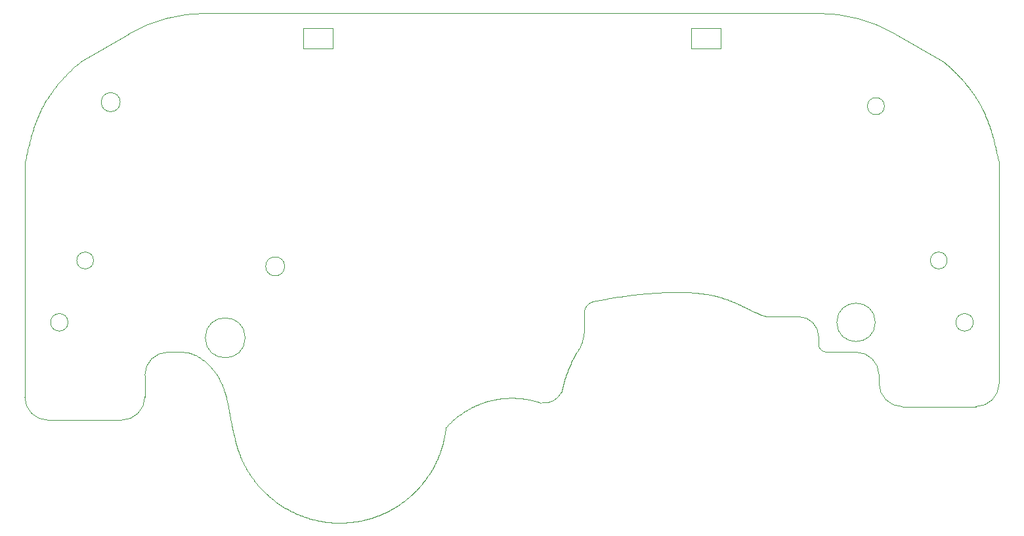
<source format=gbr>
%TF.GenerationSoftware,KiCad,Pcbnew,8.0.2*%
%TF.CreationDate,2024-10-28T19:38:45-07:00*%
%TF.ProjectId,UGC_OpenMain,5547435f-4f70-4656-9e4d-61696e2e6b69,rev?*%
%TF.SameCoordinates,Original*%
%TF.FileFunction,Profile,NP*%
%FSLAX46Y46*%
G04 Gerber Fmt 4.6, Leading zero omitted, Abs format (unit mm)*
G04 Created by KiCad (PCBNEW 8.0.2) date 2024-10-28 19:38:45*
%MOMM*%
%LPD*%
G01*
G04 APERTURE LIST*
%ADD10C,0.100000*%
%TA.AperFunction,Profile*%
%ADD11C,0.100000*%
%TD*%
G04 APERTURE END LIST*
D10*
X228450425Y-131941646D02*
X228361433Y-132005745D01*
X228277543Y-132076015D01*
X228199064Y-132152145D01*
X228126309Y-132233826D01*
X228059589Y-132320747D01*
X228038744Y-132350833D01*
D11*
X281321867Y-142316480D02*
G75*
G02*
X278321867Y-145316467I-2999967J-20D01*
G01*
X268841150Y-145316480D02*
G75*
G02*
X265841120Y-142316480I-50J2999980D01*
G01*
X224868706Y-143478091D02*
G75*
G02*
X222251395Y-144849220I-2250706J1112691D01*
G01*
X257941670Y-94497189D02*
X229066517Y-94497189D01*
D10*
X277698333Y-104472377D02*
X277779926Y-104583492D01*
X277859560Y-104693757D01*
X277937268Y-104803167D01*
X278013084Y-104911719D01*
X278087041Y-105019408D01*
X278159175Y-105126230D01*
X278229517Y-105232182D01*
X278298103Y-105337260D01*
X278364965Y-105441460D01*
X278430138Y-105544779D01*
X278493655Y-105647211D01*
X278555551Y-105748754D01*
X278615857Y-105849403D01*
X278674610Y-105949155D01*
X278731842Y-106048006D01*
X278787587Y-106145951D01*
X278841878Y-106242988D01*
X278894750Y-106339112D01*
X278946237Y-106434319D01*
X278996371Y-106528605D01*
X279045187Y-106621968D01*
X279092719Y-106714401D01*
X279139000Y-106805903D01*
X279184064Y-106896469D01*
X279270676Y-107074777D01*
X279352826Y-107249295D01*
X279430783Y-107419991D01*
X279504817Y-107586835D01*
X228038744Y-132350833D02*
X227979905Y-132445396D01*
X227928310Y-132543927D01*
X227884158Y-132646010D01*
X227847648Y-132751231D01*
X181179744Y-142700619D02*
X181114439Y-142559180D01*
X181054115Y-142429426D01*
X180998421Y-142310588D01*
X180947009Y-142201896D01*
X180899529Y-142102581D01*
X180855634Y-142011872D01*
X180795747Y-141890262D01*
X180741961Y-141783688D01*
X180693098Y-141689552D01*
X180633569Y-141578895D01*
X180577908Y-141479575D01*
X180537020Y-141408821D01*
X177575211Y-138627852D02*
X177454684Y-138584496D01*
X177343350Y-138545219D01*
X177239918Y-138509748D01*
X177143096Y-138477810D01*
X177007437Y-138435933D01*
X176879394Y-138400471D01*
X176754610Y-138370506D01*
X176628731Y-138345118D01*
X176497401Y-138323385D01*
X176356264Y-138304388D01*
X176254574Y-138292790D01*
X176145298Y-138281725D01*
X176027148Y-138270923D01*
X182699386Y-149273620D02*
X182720528Y-149375346D01*
X182742753Y-149478286D01*
X182766093Y-149582442D01*
X182790585Y-149687817D01*
D11*
X158645447Y-147066480D02*
X168126164Y-147066480D01*
D10*
X226904305Y-138215947D02*
X226957241Y-138129562D01*
X227010725Y-138043516D01*
X227017898Y-138032070D01*
X218746843Y-144205999D02*
X218641104Y-144204032D01*
X218535396Y-144203055D01*
X218486620Y-144202937D01*
D11*
X274119567Y-100731685D02*
X267916864Y-97162383D01*
X229066517Y-94497189D02*
X179025644Y-94497189D01*
D10*
X183592474Y-152072652D02*
X183638289Y-152175278D01*
X183684931Y-152277518D01*
X183732398Y-152379368D01*
X183780687Y-152480824D01*
X183829798Y-152581881D01*
X183879726Y-152682535D01*
X183930470Y-152782783D01*
X183982028Y-152882620D01*
X184034398Y-152982041D01*
X184087577Y-153081044D01*
X184123479Y-153146811D01*
D11*
X191583657Y-99034400D02*
X191583657Y-96434400D01*
X251641099Y-133700615D02*
X255464183Y-133700615D01*
D10*
X214350983Y-144966617D02*
X214228978Y-145014715D01*
X214107600Y-145064201D01*
X213986859Y-145115068D01*
X213866766Y-145167308D01*
X213747333Y-145220915D01*
X213628570Y-145275883D01*
X213510490Y-145332203D01*
X213393103Y-145389870D01*
X213276420Y-145448875D01*
X213160453Y-145509214D01*
X213045213Y-145570877D01*
X212930711Y-145633860D01*
X212816958Y-145698154D01*
X212703966Y-145763752D01*
X212591746Y-145830649D01*
X212480309Y-145898837D01*
X212369666Y-145968308D01*
X212259829Y-146039057D01*
X212150809Y-146111076D01*
X212042616Y-146184359D01*
X211935263Y-146258898D01*
X211828760Y-146334686D01*
X211723119Y-146411718D01*
X211618351Y-146489985D01*
X211514467Y-146569481D01*
X211411478Y-146650199D01*
X211309396Y-146732132D01*
X211208232Y-146815273D01*
X211107997Y-146899615D01*
X211008702Y-146985152D01*
X210910359Y-147071877D01*
X210812979Y-147159782D01*
X182194110Y-146945036D02*
X182166386Y-146788777D01*
X182140918Y-146645267D01*
X182117555Y-146513655D01*
X182096143Y-146393095D01*
X182076529Y-146282737D01*
X182058562Y-146181732D01*
X182034364Y-146045908D01*
X182013012Y-145926357D01*
X181993990Y-145820214D01*
X181971364Y-145694601D01*
X181950744Y-145580946D01*
X181935863Y-145499471D01*
D11*
X257941670Y-94497189D02*
G75*
G02*
X267916872Y-97162369I30J-20000011D01*
G01*
D10*
X218486620Y-144202937D02*
X218354117Y-144203119D01*
X218221694Y-144204853D01*
X218089361Y-144208135D01*
X217957134Y-144212963D01*
X217825025Y-144219335D01*
X217693047Y-144227249D01*
X217561213Y-144236702D01*
X217429537Y-144247691D01*
X217298032Y-144260216D01*
X217166711Y-144274273D01*
X217035588Y-144289860D01*
X216904675Y-144306975D01*
X216773986Y-144325615D01*
X216643534Y-144345779D01*
X216513332Y-144367464D01*
X216383393Y-144390668D01*
X216253731Y-144415388D01*
X216124359Y-144441622D01*
X215995290Y-144469369D01*
X215866537Y-144498624D01*
X215738114Y-144529388D01*
X215610033Y-144561656D01*
X215482309Y-144595427D01*
X215354953Y-144630699D01*
X215227980Y-144667469D01*
X215101402Y-144705734D01*
X214975233Y-144745494D01*
X214849486Y-144786745D01*
X214724174Y-144829485D01*
X214599311Y-144873712D01*
X214474909Y-144919423D01*
X214350983Y-144966617D01*
X237399724Y-130596286D02*
X237630198Y-130583368D01*
X237861004Y-130571549D01*
X238092069Y-130560881D01*
X238323322Y-130551420D01*
X238554693Y-130543220D01*
X238786109Y-130536335D01*
X239017500Y-130530818D01*
X239248794Y-130526725D01*
X239479920Y-130524108D01*
X239710807Y-130523024D01*
X239941384Y-130523524D01*
X240171579Y-130525665D01*
X240401321Y-130529500D01*
X240630539Y-130535083D01*
X240859161Y-130542468D01*
X241087117Y-130551710D01*
X241314335Y-130562863D01*
X241540744Y-130575980D01*
X241766272Y-130591117D01*
X241990849Y-130608327D01*
X242214403Y-130627664D01*
X242436863Y-130649183D01*
X242658157Y-130672938D01*
X242878215Y-130698982D01*
X243096965Y-130727371D01*
X243314336Y-130758158D01*
X243530256Y-130791398D01*
X243744655Y-130827145D01*
X243957461Y-130865452D01*
X244168602Y-130906375D01*
X244378009Y-130949966D01*
X244585609Y-130996282D01*
X195095996Y-160287545D02*
X195262159Y-160300502D01*
X195428372Y-160311443D01*
X195594618Y-160320369D01*
X195760879Y-160327282D01*
X195927135Y-160332184D01*
X196093371Y-160335078D01*
X196259567Y-160335965D01*
X196425705Y-160334847D01*
X196591768Y-160331727D01*
X196757738Y-160326605D01*
X196923596Y-160319485D01*
X197089326Y-160310368D01*
X197254908Y-160299256D01*
X197420324Y-160286151D01*
X197585558Y-160271056D01*
X197750591Y-160253971D01*
X197915405Y-160234900D01*
X198079982Y-160213843D01*
X198244304Y-160190804D01*
X198408353Y-160165784D01*
X198572111Y-160138784D01*
X198735561Y-160109808D01*
X198898683Y-160078857D01*
X199061461Y-160045933D01*
X199223877Y-160011038D01*
X199385912Y-159974174D01*
X199547548Y-159935343D01*
X199708768Y-159894546D01*
X199869553Y-159851787D01*
X200029886Y-159807067D01*
X200189749Y-159760387D01*
X200349124Y-159711751D01*
X210812979Y-147159782D02*
X210737958Y-147228920D01*
X210663597Y-147298702D01*
X210589897Y-147369125D01*
X210516864Y-147440182D01*
X210444500Y-147511869D01*
X210372809Y-147584180D01*
X210301795Y-147657111D01*
X210231462Y-147730657D01*
X227782036Y-135375479D02*
X227780308Y-135506907D01*
X227775131Y-135638147D01*
X227766515Y-135769131D01*
X227754469Y-135899792D01*
X227739002Y-136030062D01*
X227720124Y-136159874D01*
X227697845Y-136289161D01*
X227672174Y-136417855D01*
X227643120Y-136545889D01*
X227610693Y-136673196D01*
X227587206Y-136757631D01*
D11*
X171126164Y-144066480D02*
X171126164Y-141270923D01*
D10*
X228986631Y-131719390D02*
X229237865Y-131669375D01*
X229490005Y-131620094D01*
X229743034Y-131571569D01*
X229996938Y-131523823D01*
X230251702Y-131476879D01*
X230507310Y-131430760D01*
X230763747Y-131385489D01*
X231020998Y-131341089D01*
X231279047Y-131297583D01*
X231537881Y-131254993D01*
X231797482Y-131213343D01*
X232057837Y-131172655D01*
X232318930Y-131132953D01*
X232580745Y-131094258D01*
X232843269Y-131056595D01*
X233106485Y-131019986D01*
X233370378Y-130984454D01*
X233634933Y-130950022D01*
X233900135Y-130916713D01*
X234165969Y-130884549D01*
X234432419Y-130853554D01*
X234699471Y-130823750D01*
X234967109Y-130795161D01*
X235235318Y-130767809D01*
X235504082Y-130741717D01*
X235773388Y-130716909D01*
X236043219Y-130693406D01*
X236313560Y-130671232D01*
X236584396Y-130650411D01*
X236855712Y-130630964D01*
X237127493Y-130612914D01*
X237399724Y-130596286D01*
D11*
X169050450Y-97162383D02*
G75*
G02*
X179025644Y-94497199I9975150J-17334717D01*
G01*
X259039183Y-138270923D02*
G75*
G02*
X258039177Y-137270923I17J1000023D01*
G01*
X184078131Y-136425615D02*
G75*
G02*
X178928131Y-136425615I-2575000J0D01*
G01*
X178928131Y-136425615D02*
G75*
G02*
X184078131Y-136425615I2575000J0D01*
G01*
X174126164Y-138270923D02*
X176027148Y-138270923D01*
D10*
X180537020Y-141408821D02*
X180448991Y-141281031D01*
X180367817Y-141163912D01*
X180293026Y-141056764D01*
X180224147Y-140958892D01*
X180160709Y-140869599D01*
X180102240Y-140788187D01*
X180022824Y-140679324D01*
X179951938Y-140584274D01*
X179887991Y-140500685D01*
X179810775Y-140402998D01*
X179739297Y-140315931D01*
X179687188Y-140254247D01*
X222251397Y-144849207D02*
X222145727Y-144812439D01*
X222039729Y-144776730D01*
X221933411Y-144742081D01*
X221826780Y-144708493D01*
X221719846Y-144675968D01*
X221612615Y-144644509D01*
X221505097Y-144614116D01*
X221397298Y-144584791D01*
X221289227Y-144556537D01*
X221180892Y-144529354D01*
X221072300Y-144503245D01*
X220963461Y-144478211D01*
X220854381Y-144454254D01*
X220745068Y-144431376D01*
X220635532Y-144409578D01*
X220525779Y-144388863D01*
X220415818Y-144369231D01*
X220305657Y-144350686D01*
X220195304Y-144333227D01*
X220084766Y-144316857D01*
X219974052Y-144301579D01*
X219863169Y-144287393D01*
X219752126Y-144274301D01*
X219640931Y-144262305D01*
X219529591Y-144251406D01*
X219418115Y-144241608D01*
X219306511Y-144232910D01*
X219194786Y-144225315D01*
X219082949Y-144218825D01*
X218971007Y-144213441D01*
X218858969Y-144209165D01*
X218746843Y-144205999D01*
X224868706Y-143478091D02*
X224903961Y-143304379D01*
X224941090Y-143131058D01*
X224980090Y-142958148D01*
X225020954Y-142785671D01*
X225063680Y-142613646D01*
X225108262Y-142442095D01*
X225154696Y-142271038D01*
X225202977Y-142100496D01*
X225253102Y-141930490D01*
X225305065Y-141761040D01*
X225358861Y-141592168D01*
X225414488Y-141423894D01*
X225471939Y-141256239D01*
X225531211Y-141089223D01*
X225592299Y-140922867D01*
X225655198Y-140757193D01*
X225719905Y-140592220D01*
X225786414Y-140427970D01*
X225854721Y-140264463D01*
X225924822Y-140101720D01*
X225996712Y-139939762D01*
X226070387Y-139778609D01*
X226145842Y-139618282D01*
X226223072Y-139458803D01*
X226302074Y-139300191D01*
X226382843Y-139142467D01*
X226465374Y-138985653D01*
X226549662Y-138829769D01*
X226635704Y-138674835D01*
X226723495Y-138520873D01*
X226813030Y-138367903D01*
X226904305Y-138215947D01*
D11*
X171126164Y-141270923D02*
G75*
G02*
X174126164Y-138270964I2999936J23D01*
G01*
X155645447Y-113970800D02*
X155645447Y-144066480D01*
D10*
X248977801Y-132718489D02*
X249081599Y-132771321D01*
X249184051Y-132823199D01*
X249285160Y-132874075D01*
X249384926Y-132923901D01*
X249483353Y-132972631D01*
X249580441Y-133020217D01*
X249676192Y-133066612D01*
X249770610Y-133111768D01*
X249863694Y-133155637D01*
X249955447Y-133198173D01*
X250134970Y-133279054D01*
X250309191Y-133354032D01*
X250478126Y-133422727D01*
X250641790Y-133484760D01*
X250800197Y-133539752D01*
X250953364Y-133587325D01*
X251101304Y-133627098D01*
X251244032Y-133658693D01*
X251381564Y-133681730D01*
X251513915Y-133695830D01*
X251641099Y-133700615D01*
X155645447Y-113970800D02*
X155700916Y-113694279D01*
X155756619Y-113421600D01*
X155812630Y-113152691D01*
X155869020Y-112887480D01*
X155925863Y-112625893D01*
X155983231Y-112367860D01*
X156041199Y-112113306D01*
X156099837Y-111862161D01*
X156159220Y-111614351D01*
X156219420Y-111369804D01*
X156280510Y-111128448D01*
X156342563Y-110890211D01*
X156405652Y-110655020D01*
X156469849Y-110422802D01*
X156535228Y-110193487D01*
X156601862Y-109967000D01*
X156669823Y-109743269D01*
X156739185Y-109522224D01*
X156810019Y-109303790D01*
X156882400Y-109087895D01*
X156956399Y-108874468D01*
X157032091Y-108663436D01*
X157109547Y-108454727D01*
X157188841Y-108248267D01*
X157270045Y-108043986D01*
X157353233Y-107841809D01*
X157438476Y-107641666D01*
X157525850Y-107443484D01*
X157615425Y-107247190D01*
X157707275Y-107052712D01*
X157801473Y-106859978D01*
X157898092Y-106668915D01*
X209900259Y-148421163D02*
X209913883Y-148321527D01*
X209927508Y-148221891D01*
X209941132Y-148122255D01*
X209954757Y-148022619D01*
X228986631Y-131719390D02*
X228879967Y-131744905D01*
X228775679Y-131778064D01*
X228674174Y-131818700D01*
X228575856Y-131866643D01*
X228481131Y-131921727D01*
X228450425Y-131941646D01*
D11*
X164519660Y-126434400D02*
G75*
G02*
X162347654Y-126434400I-1086003J0D01*
G01*
X162347654Y-126434400D02*
G75*
G02*
X164519660Y-126434400I1086003J0D01*
G01*
D10*
X178675042Y-139303544D02*
X178557277Y-139224759D01*
X178449017Y-139152877D01*
X178349626Y-139087463D01*
X178258466Y-139028083D01*
X178135773Y-138949375D01*
X178028025Y-138881796D01*
X177933076Y-138823879D01*
X177822680Y-138759149D01*
X177726135Y-138705507D01*
X177617183Y-138648748D01*
X177575211Y-138627852D01*
X227587206Y-136757631D02*
X227549214Y-136883460D01*
X227507960Y-137008156D01*
X227463472Y-137131654D01*
X227415776Y-137253893D01*
X227364902Y-137374812D01*
X227310875Y-137494347D01*
X227253725Y-137612437D01*
X227193479Y-137729021D01*
X227130165Y-137844035D01*
X227063810Y-137957418D01*
X227017898Y-138032070D01*
X205100270Y-157115775D02*
X205229860Y-157005732D01*
X205358010Y-156894163D01*
X205484708Y-156781082D01*
X205609942Y-156666506D01*
X205733701Y-156550449D01*
X205855971Y-156432926D01*
X205976740Y-156313952D01*
X206095998Y-156193542D01*
X206213731Y-156071712D01*
X206329928Y-155948476D01*
X206444577Y-155823849D01*
X206557665Y-155697847D01*
X206669180Y-155570485D01*
X206779111Y-155441777D01*
X206887446Y-155311739D01*
X206994171Y-155180386D01*
X207099276Y-155047733D01*
X207202748Y-154913794D01*
X207304576Y-154778586D01*
X207404746Y-154642123D01*
X207503247Y-154504420D01*
X207600068Y-154365492D01*
X207695195Y-154225355D01*
X207788618Y-154084023D01*
X207880323Y-153941512D01*
X207970299Y-153797836D01*
X208058533Y-153653011D01*
X208145015Y-153507051D01*
X208229731Y-153359972D01*
X208312669Y-153211789D01*
X208393818Y-153062517D01*
X208473166Y-152912172D01*
X274119567Y-100731685D02*
X274242238Y-100835463D01*
X274364513Y-100940165D01*
X274486361Y-101045781D01*
X274607754Y-101152305D01*
X274728659Y-101259728D01*
X274849047Y-101368044D01*
X274968888Y-101477244D01*
X275088151Y-101587321D01*
X275206806Y-101698267D01*
X275324822Y-101810075D01*
X275442170Y-101922737D01*
X275558819Y-102036245D01*
X275674738Y-102150591D01*
X275789898Y-102265769D01*
X275904268Y-102381770D01*
X276017818Y-102498587D01*
X276130517Y-102616212D01*
X276242335Y-102734638D01*
X276353242Y-102853856D01*
X276463208Y-102973860D01*
X276572202Y-103094642D01*
X276680194Y-103216193D01*
X276787153Y-103338507D01*
X276893050Y-103461575D01*
X276997854Y-103585391D01*
X277101535Y-103709946D01*
X277204062Y-103835232D01*
X277305405Y-103961243D01*
X277405534Y-104087971D01*
X277504418Y-104215407D01*
X277602028Y-104343545D01*
X277698333Y-104472377D01*
X190208787Y-158941441D02*
X190352769Y-159010583D01*
X190497466Y-159078022D01*
X190642864Y-159143754D01*
X190788946Y-159207775D01*
X190935698Y-159270079D01*
X191083105Y-159330663D01*
X191231151Y-159389522D01*
X191379822Y-159446652D01*
X191529102Y-159502048D01*
X191678977Y-159555706D01*
X191829430Y-159607622D01*
X191980448Y-159657791D01*
X192132015Y-159706208D01*
X192284116Y-159752870D01*
X192436735Y-159797772D01*
X192589858Y-159840909D01*
X192743469Y-159882277D01*
X192897554Y-159921872D01*
X193052098Y-159959690D01*
X193207084Y-159995725D01*
X193362499Y-160029974D01*
X193518326Y-160062432D01*
X193674552Y-160093095D01*
X193831160Y-160121958D01*
X193988136Y-160149017D01*
X194145465Y-160174267D01*
X194303131Y-160197705D01*
X194461120Y-160219325D01*
X194619416Y-160239123D01*
X194778003Y-160257096D01*
X194936869Y-160273238D01*
X195095996Y-160287545D01*
D11*
X167952061Y-105977799D02*
G75*
G02*
X165502061Y-105977799I-1225000J0D01*
G01*
X165502061Y-105977799D02*
G75*
G02*
X167952061Y-105977799I1225000J0D01*
G01*
D10*
X182483002Y-148399454D02*
X182450569Y-148242420D01*
X182420891Y-148098183D01*
X182393787Y-147965890D01*
X182369080Y-147844689D01*
X182346588Y-147733726D01*
X182326133Y-147632150D01*
X182298877Y-147495519D01*
X182275193Y-147375211D01*
X182254476Y-147268347D01*
X182230422Y-147141802D01*
X182209130Y-147027222D01*
X182194110Y-146945036D01*
X244585609Y-130996282D02*
X244745645Y-131034298D01*
X244904303Y-131074112D01*
X245061572Y-131115647D01*
X245217445Y-131158824D01*
X245371911Y-131203566D01*
X245524962Y-131249795D01*
X245676589Y-131297432D01*
X245826782Y-131346401D01*
X245975533Y-131396623D01*
X246122832Y-131448020D01*
X246268671Y-131500514D01*
X246413040Y-131554029D01*
X246555930Y-131608484D01*
X246697332Y-131663804D01*
X246837238Y-131719909D01*
X246975637Y-131776723D01*
X247112521Y-131834167D01*
X247247881Y-131892163D01*
X247381708Y-131950633D01*
X247513992Y-132009500D01*
X247644725Y-132068686D01*
X247773898Y-132128112D01*
X247901501Y-132187701D01*
X248027525Y-132247376D01*
X248151962Y-132307057D01*
X248274802Y-132366668D01*
X248396036Y-132426131D01*
X248515655Y-132485367D01*
X248633650Y-132544298D01*
X248750012Y-132602848D01*
X248864732Y-132660937D01*
X248977801Y-132718489D01*
X182790585Y-149687817D02*
X182827651Y-149840531D01*
X182866480Y-149992820D01*
X182907066Y-150144671D01*
X182949405Y-150296070D01*
X182993493Y-150447004D01*
X183039323Y-150597458D01*
X183086892Y-150747420D01*
X183136195Y-150896875D01*
X183187227Y-151045810D01*
X183239984Y-151194212D01*
X183294460Y-151342066D01*
X183350652Y-151489359D01*
X183408554Y-151636078D01*
X183468161Y-151782209D01*
X183529469Y-151927738D01*
X183592474Y-152072652D01*
D11*
X241583657Y-99034400D02*
X241583657Y-96434400D01*
D10*
X208591238Y-152679727D02*
X208651851Y-152556001D01*
X208711203Y-152431723D01*
X208769290Y-152306902D01*
X208826109Y-152181548D01*
X208881657Y-152055671D01*
X208935931Y-151929280D01*
X208988929Y-151802385D01*
X209040647Y-151674996D01*
X209091081Y-151547123D01*
X209140230Y-151418776D01*
X209188089Y-151289964D01*
X209234656Y-151160698D01*
X209279929Y-151030986D01*
X209323902Y-150900839D01*
X209366575Y-150770267D01*
X209407943Y-150639279D01*
X209448004Y-150507885D01*
X209486755Y-150376096D01*
X209524192Y-150243920D01*
X209560313Y-150111367D01*
X209595114Y-149978449D01*
X209628592Y-149845173D01*
X209660745Y-149711550D01*
X209691569Y-149577590D01*
X209721062Y-149443302D01*
X209749219Y-149308697D01*
X209776039Y-149173784D01*
X209801518Y-149038573D01*
X209825654Y-148903074D01*
X209848442Y-148767296D01*
X209869880Y-148631250D01*
X209889966Y-148494945D01*
D11*
X258039183Y-136275615D02*
X258039183Y-137270923D01*
X277990726Y-134427260D02*
G75*
G02*
X275740726Y-134427260I-1125000J0D01*
G01*
X275740726Y-134427260D02*
G75*
G02*
X277990726Y-134427260I1125000J0D01*
G01*
X265841150Y-141270923D02*
X265841150Y-142316480D01*
X259039183Y-138270923D02*
X262841150Y-138270923D01*
X268841150Y-145316480D02*
X278321867Y-145316480D01*
D10*
X184123478Y-153146811D02*
X184179080Y-153246841D01*
X184235511Y-153346427D01*
X184292767Y-153445561D01*
X184350846Y-153544240D01*
X184409747Y-153642457D01*
X184469466Y-153740209D01*
X184530003Y-153837490D01*
X184591354Y-153934295D01*
X184653518Y-154030619D01*
X184716492Y-154126457D01*
X184780275Y-154221805D01*
X184844863Y-154316656D01*
X184910256Y-154411006D01*
X184976451Y-154504850D01*
X185043446Y-154598183D01*
X185111238Y-154691000D01*
X185179826Y-154783296D01*
X185249207Y-154875066D01*
X185319379Y-154966305D01*
X185390340Y-155057007D01*
X185462088Y-155147169D01*
X185534621Y-155236784D01*
X185607937Y-155325848D01*
X185682033Y-155414355D01*
X185756908Y-155502302D01*
X185832558Y-155589682D01*
X185908983Y-155676491D01*
X185986180Y-155762724D01*
X186064147Y-155848375D01*
X186142881Y-155933440D01*
X186222380Y-156017913D01*
X186302644Y-156101791D01*
D11*
X161226588Y-134427260D02*
G75*
G02*
X158976588Y-134427260I-1125000J0D01*
G01*
X158976588Y-134427260D02*
G75*
G02*
X161226588Y-134427260I1125000J0D01*
G01*
D10*
X181625738Y-144076594D02*
X181580889Y-143926920D01*
X181539426Y-143789534D01*
X181501107Y-143663620D01*
X181465692Y-143548365D01*
X181432942Y-143442957D01*
X181402614Y-143346581D01*
X181361142Y-143217172D01*
X181323769Y-143103511D01*
X181289686Y-143002850D01*
X181247956Y-142884113D01*
X181208708Y-142777100D01*
X181179744Y-142700619D01*
D11*
X189165264Y-127191002D02*
G75*
G02*
X186715264Y-127191002I-1225000J0D01*
G01*
X186715264Y-127191002D02*
G75*
G02*
X189165264Y-127191002I1225000J0D01*
G01*
D10*
X210231462Y-147730657D02*
X210162285Y-147803647D01*
X210093109Y-147876637D01*
X210023933Y-147949628D01*
X209954757Y-148022619D01*
X279504817Y-107586835D02*
X279574430Y-107748074D01*
X279642758Y-107910689D01*
X279709845Y-108074790D01*
X279775737Y-108240484D01*
X279840481Y-108407883D01*
X279904122Y-108577093D01*
X279966705Y-108748226D01*
X280028278Y-108921391D01*
X280088884Y-109096696D01*
X280148572Y-109274250D01*
X280207386Y-109454164D01*
X280265372Y-109636546D01*
X280322576Y-109821506D01*
X280379043Y-110009152D01*
X280434821Y-110199595D01*
X280489954Y-110392943D01*
X280544489Y-110589306D01*
X280598471Y-110788792D01*
X280651946Y-110991512D01*
X280704961Y-111197574D01*
X280757560Y-111407088D01*
X280809789Y-111620163D01*
X280861696Y-111836908D01*
X280913325Y-112057432D01*
X280964722Y-112281846D01*
X281015933Y-112510257D01*
X281067005Y-112742775D01*
X281117982Y-112979510D01*
X281168911Y-113220571D01*
X281219837Y-113466066D01*
X281270807Y-113716106D01*
X281321867Y-113970800D01*
D11*
X245383657Y-96434400D02*
X245383657Y-99034400D01*
X281321867Y-142316480D02*
X281321867Y-113970800D01*
X255464183Y-133700615D02*
G75*
G02*
X258039185Y-136275615I17J-2574985D01*
G01*
D10*
X157898092Y-106668915D02*
X157956020Y-106557415D01*
X158018481Y-106439679D01*
X158085645Y-106315851D01*
X158157684Y-106186078D01*
X158234768Y-106050506D01*
X158317069Y-105909281D01*
X158404757Y-105762549D01*
X158498002Y-105610455D01*
X158596977Y-105453147D01*
X158701852Y-105290770D01*
X158812798Y-105123471D01*
X158929986Y-104951394D01*
X159053586Y-104774687D01*
X159183770Y-104593496D01*
X159320708Y-104407965D01*
X159464573Y-104218243D01*
X159615533Y-104024474D01*
X159773761Y-103826804D01*
X159939427Y-103625380D01*
X160112703Y-103420348D01*
X160293759Y-103211854D01*
X160482765Y-103000043D01*
X160679894Y-102785063D01*
X160885316Y-102567058D01*
X161099202Y-102346176D01*
X161321722Y-102122562D01*
X161553048Y-101896361D01*
X161793351Y-101667721D01*
X162042801Y-101436788D01*
X162301570Y-101203706D01*
X162569828Y-100968623D01*
X162847747Y-100731685D01*
D11*
X169050450Y-97162383D02*
X162847747Y-100731685D01*
X195383657Y-96434400D02*
X195383657Y-99034400D01*
X171126164Y-144066480D02*
G75*
G02*
X168126164Y-147066464I-2999964J-20D01*
G01*
X195383657Y-99034400D02*
X191583657Y-99034400D01*
D10*
X182699386Y-149273620D02*
X182670679Y-149164321D01*
X182642447Y-149055031D01*
X182614688Y-148945748D01*
X182587403Y-148836474D01*
X182560592Y-148727207D01*
X182534255Y-148617948D01*
X182508391Y-148508697D01*
X182483002Y-148399454D01*
D11*
X227782036Y-135375479D02*
X227782036Y-133190014D01*
X241583657Y-96434400D02*
X245383657Y-96434400D01*
X245383657Y-99034400D02*
X241583657Y-99034400D01*
X158645447Y-147066480D02*
G75*
G02*
X155645420Y-144066480I53J3000080D01*
G01*
D10*
X209889966Y-148494945D02*
X209900259Y-148421163D01*
D11*
X265340726Y-134427260D02*
G75*
G02*
X260390726Y-134427260I-2475000J0D01*
G01*
X260390726Y-134427260D02*
G75*
G02*
X265340726Y-134427260I2475000J0D01*
G01*
X266533657Y-106494400D02*
G75*
G02*
X264333657Y-106494400I-1100000J0D01*
G01*
X264333657Y-106494400D02*
G75*
G02*
X266533657Y-106494400I1100000J0D01*
G01*
D10*
X181935863Y-145499471D02*
X181904209Y-145345309D01*
X181874992Y-145203754D01*
X181848039Y-145073966D01*
X181823181Y-144955109D01*
X181800244Y-144846345D01*
X181779058Y-144746836D01*
X181750185Y-144613096D01*
X181724286Y-144495472D01*
X181700782Y-144391136D01*
X181672169Y-144267809D01*
X181645412Y-144156383D01*
X181625738Y-144076594D01*
X186302644Y-156101791D02*
X186408789Y-156210602D01*
X186516070Y-156318203D01*
X186624475Y-156424585D01*
X186733995Y-156529739D01*
X186844617Y-156633657D01*
X186956331Y-156736331D01*
X187069127Y-156837751D01*
X187182993Y-156937911D01*
X187297919Y-157036801D01*
X187413894Y-157134412D01*
X187530907Y-157230737D01*
X187648947Y-157325767D01*
X187768003Y-157419494D01*
X187888065Y-157511908D01*
X188009121Y-157603003D01*
X188131162Y-157692769D01*
X188254175Y-157781197D01*
X188378151Y-157868280D01*
X188503078Y-157954009D01*
X188628946Y-158038376D01*
X188755744Y-158121372D01*
X188883460Y-158202988D01*
X189012085Y-158283217D01*
X189141607Y-158362050D01*
X189272015Y-158439478D01*
X189403299Y-158515493D01*
X189535448Y-158590087D01*
X189668451Y-158663251D01*
X189802297Y-158734977D01*
X189936976Y-158805256D01*
X190072476Y-158874080D01*
X190208787Y-158941441D01*
X200349124Y-159711751D02*
X200511877Y-159659895D01*
X200673880Y-159606057D01*
X200835115Y-159550245D01*
X200995567Y-159492469D01*
X201155217Y-159432739D01*
X201314048Y-159371064D01*
X201472044Y-159307454D01*
X201629187Y-159241917D01*
X201785460Y-159174464D01*
X201940846Y-159105104D01*
X202095327Y-159033846D01*
X202248888Y-158960699D01*
X202401510Y-158885674D01*
X202553176Y-158808779D01*
X202703870Y-158730024D01*
X202853575Y-158649419D01*
X203002272Y-158566973D01*
X203149945Y-158482695D01*
X203296578Y-158396595D01*
X203442152Y-158308682D01*
X203586650Y-158218966D01*
X203730057Y-158127456D01*
X203872353Y-158034162D01*
X204013523Y-157939093D01*
X204153550Y-157842258D01*
X204292415Y-157743667D01*
X204430102Y-157643330D01*
X204566595Y-157541255D01*
X204701874Y-157437453D01*
X204835925Y-157331933D01*
X204968729Y-157224703D01*
X205100270Y-157115775D01*
X179687188Y-140254247D02*
X179580399Y-140147108D01*
X179482094Y-140049071D01*
X179391698Y-139959546D01*
X179308637Y-139877949D01*
X179232336Y-139803692D01*
X179129306Y-139704786D01*
X179038258Y-139619096D01*
X178957255Y-139544641D01*
X178861526Y-139459425D01*
X178775617Y-139385971D01*
X178694934Y-139319585D01*
X178675042Y-139303544D01*
D11*
X191583657Y-96434400D02*
X195383657Y-96434400D01*
D10*
X208473166Y-152912172D02*
X208521673Y-152817990D01*
X208569440Y-152723467D01*
X208591238Y-152679727D01*
D11*
X262841150Y-138270923D02*
G75*
G02*
X265841177Y-141270923I50J-2999977D01*
G01*
X274619660Y-126434400D02*
G75*
G02*
X272447654Y-126434400I-1086003J0D01*
G01*
X272447654Y-126434400D02*
G75*
G02*
X274619660Y-126434400I1086003J0D01*
G01*
D10*
X227847648Y-132751231D02*
X227819044Y-132858869D01*
X227798529Y-132968183D01*
X227786170Y-133078716D01*
X227782036Y-133190014D01*
M02*

</source>
